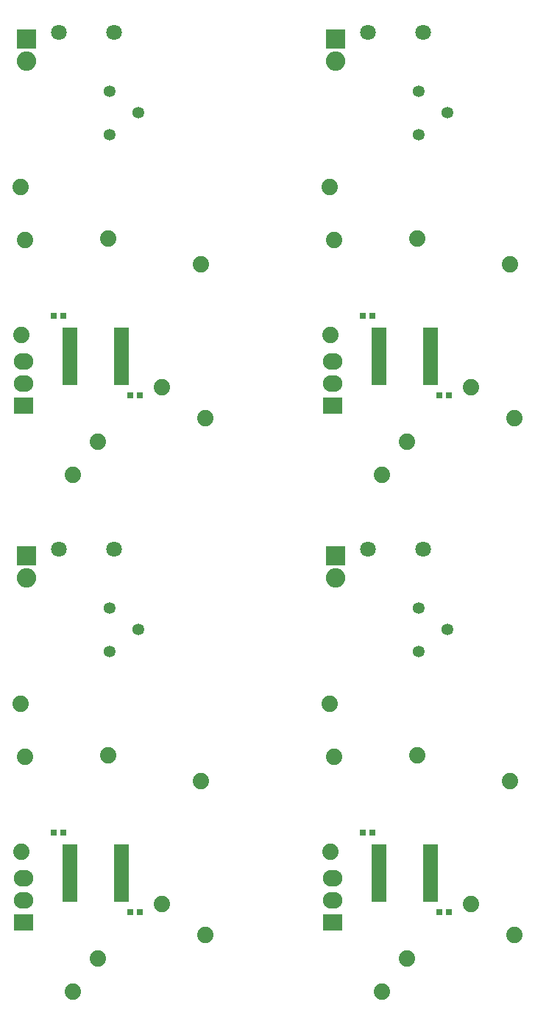
<source format=gbr>
G04 #@! TF.FileFunction,Soldermask,Bot*
%FSLAX46Y46*%
G04 Gerber Fmt 4.6, Leading zero omitted, Abs format (unit mm)*
G04 Created by KiCad (PCBNEW 0.201602161416+6560~42~ubuntu15.10.1-product) date Wed 17 Feb 2016 03:47:36 PM EST*
%MOMM*%
G01*
G04 APERTURE LIST*
%ADD10C,0.100000*%
%ADD11C,1.883200*%
%ADD12R,1.653200X0.653200*%
%ADD13C,1.803200*%
%ADD14R,0.803200X0.703200*%
%ADD15R,2.235200X2.235200*%
%ADD16O,2.235200X2.235200*%
%ADD17C,1.353200*%
%ADD18R,2.235200X1.930400*%
%ADD19O,2.235200X1.930400*%
G04 APERTURE END LIST*
D10*
D11*
X50368200Y-91186000D03*
D12*
X61907000Y-107743400D03*
X61907000Y-108393400D03*
X61907000Y-109043400D03*
X61907000Y-109693400D03*
X61907000Y-110343400D03*
X61907000Y-110993400D03*
X61907000Y-111643400D03*
X61907000Y-112293400D03*
X61907000Y-112943400D03*
X61907000Y-113593400D03*
X56007000Y-113593400D03*
X56007000Y-112943400D03*
X56007000Y-112293400D03*
X56007000Y-111643400D03*
X56007000Y-110993400D03*
X56007000Y-110343400D03*
X56007000Y-109693400D03*
X56007000Y-109043400D03*
X56007000Y-108393400D03*
X56007000Y-107743400D03*
D11*
X60375800Y-97104200D03*
X50419000Y-108178600D03*
D13*
X61087000Y-73398000D03*
X54737000Y-73398000D03*
D14*
X54136200Y-105994200D03*
X55236200Y-105994200D03*
X62975400Y-115138200D03*
X64075400Y-115138200D03*
D15*
X50977800Y-74193400D03*
D16*
X50977800Y-76733400D03*
D17*
X63880000Y-82677000D03*
X60580000Y-85177000D03*
X60580000Y-80177000D03*
D11*
X71551800Y-117779800D03*
X56362600Y-124282200D03*
X59258200Y-120523000D03*
X66573400Y-114223800D03*
X50876200Y-97307400D03*
X71094600Y-100101400D03*
D18*
X50673000Y-116357400D03*
D19*
X50673000Y-113817400D03*
X50673000Y-111277400D03*
D11*
X50368200Y-31750000D03*
D12*
X61907000Y-48307400D03*
X61907000Y-48957400D03*
X61907000Y-49607400D03*
X61907000Y-50257400D03*
X61907000Y-50907400D03*
X61907000Y-51557400D03*
X61907000Y-52207400D03*
X61907000Y-52857400D03*
X61907000Y-53507400D03*
X61907000Y-54157400D03*
X56007000Y-54157400D03*
X56007000Y-53507400D03*
X56007000Y-52857400D03*
X56007000Y-52207400D03*
X56007000Y-51557400D03*
X56007000Y-50907400D03*
X56007000Y-50257400D03*
X56007000Y-49607400D03*
X56007000Y-48957400D03*
X56007000Y-48307400D03*
D11*
X60375800Y-37668200D03*
X50419000Y-48742600D03*
D13*
X61087000Y-13962000D03*
X54737000Y-13962000D03*
D14*
X54136200Y-46558200D03*
X55236200Y-46558200D03*
X62975400Y-55702200D03*
X64075400Y-55702200D03*
D15*
X50977800Y-14757400D03*
D16*
X50977800Y-17297400D03*
D17*
X63880000Y-23241000D03*
X60580000Y-25741000D03*
X60580000Y-20741000D03*
D11*
X71551800Y-58343800D03*
X56362600Y-64846200D03*
X59258200Y-61087000D03*
X66573400Y-54787800D03*
X50876200Y-37871400D03*
X71094600Y-40665400D03*
D18*
X50673000Y-56921400D03*
D19*
X50673000Y-54381400D03*
X50673000Y-51841400D03*
D11*
X14808200Y-91186000D03*
D12*
X26347000Y-107743400D03*
X26347000Y-108393400D03*
X26347000Y-109043400D03*
X26347000Y-109693400D03*
X26347000Y-110343400D03*
X26347000Y-110993400D03*
X26347000Y-111643400D03*
X26347000Y-112293400D03*
X26347000Y-112943400D03*
X26347000Y-113593400D03*
X20447000Y-113593400D03*
X20447000Y-112943400D03*
X20447000Y-112293400D03*
X20447000Y-111643400D03*
X20447000Y-110993400D03*
X20447000Y-110343400D03*
X20447000Y-109693400D03*
X20447000Y-109043400D03*
X20447000Y-108393400D03*
X20447000Y-107743400D03*
D11*
X24815800Y-97104200D03*
X14859000Y-108178600D03*
D13*
X25527000Y-73398000D03*
X19177000Y-73398000D03*
D14*
X18576200Y-105994200D03*
X19676200Y-105994200D03*
X27415400Y-115138200D03*
X28515400Y-115138200D03*
D15*
X15417800Y-74193400D03*
D16*
X15417800Y-76733400D03*
D17*
X28320000Y-82677000D03*
X25020000Y-85177000D03*
X25020000Y-80177000D03*
D11*
X35991800Y-117779800D03*
X20802600Y-124282200D03*
X23698200Y-120523000D03*
X31013400Y-114223800D03*
X15316200Y-97307400D03*
X35534600Y-100101400D03*
D18*
X15113000Y-116357400D03*
D19*
X15113000Y-113817400D03*
X15113000Y-111277400D03*
D18*
X15113000Y-56921400D03*
D19*
X15113000Y-54381400D03*
X15113000Y-51841400D03*
D11*
X35534600Y-40665400D03*
X15316200Y-37871400D03*
X31013400Y-54787800D03*
X23698200Y-61087000D03*
X20802600Y-64846200D03*
X35991800Y-58343800D03*
D17*
X28320000Y-23241000D03*
X25020000Y-25741000D03*
X25020000Y-20741000D03*
D15*
X15417800Y-14757400D03*
D16*
X15417800Y-17297400D03*
D14*
X27415400Y-55702200D03*
X28515400Y-55702200D03*
X18576200Y-46558200D03*
X19676200Y-46558200D03*
D13*
X25527000Y-13962000D03*
X19177000Y-13962000D03*
D11*
X14859000Y-48742600D03*
X24815800Y-37668200D03*
D12*
X26347000Y-48307400D03*
X26347000Y-48957400D03*
X26347000Y-49607400D03*
X26347000Y-50257400D03*
X26347000Y-50907400D03*
X26347000Y-51557400D03*
X26347000Y-52207400D03*
X26347000Y-52857400D03*
X26347000Y-53507400D03*
X26347000Y-54157400D03*
X20447000Y-54157400D03*
X20447000Y-53507400D03*
X20447000Y-52857400D03*
X20447000Y-52207400D03*
X20447000Y-51557400D03*
X20447000Y-50907400D03*
X20447000Y-50257400D03*
X20447000Y-49607400D03*
X20447000Y-48957400D03*
X20447000Y-48307400D03*
D11*
X14808200Y-31750000D03*
M02*

</source>
